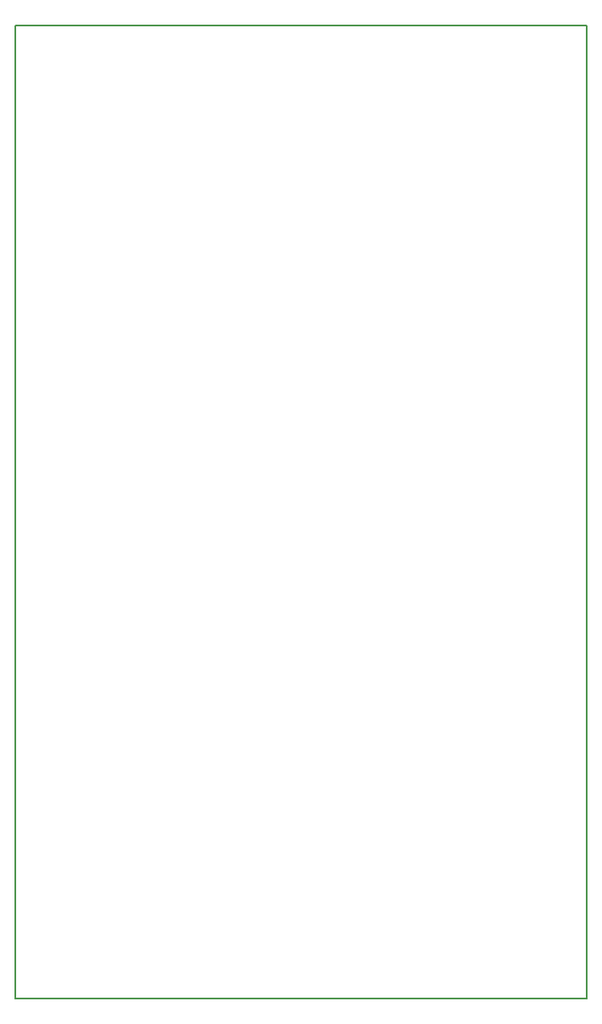
<source format=gbr>
G04 #@! TF.FileFunction,Profile,NP*
%FSLAX46Y46*%
G04 Gerber Fmt 4.6, Leading zero omitted, Abs format (unit mm)*
G04 Created by KiCad (PCBNEW 4.0.1-3.201512221401+6198~38~ubuntu15.10.1-stable) date Sat 12 Nov 2016 04:44:46 AM PST*
%MOMM*%
G01*
G04 APERTURE LIST*
%ADD10C,0.100000*%
%ADD11C,0.150000*%
G04 APERTURE END LIST*
D10*
D11*
X95000000Y-78000000D02*
X95000000Y-175000000D01*
X152000000Y-78000000D02*
X95000000Y-78000000D01*
X152000000Y-175000000D02*
X152000000Y-78000000D01*
X95000000Y-175000000D02*
X152000000Y-175000000D01*
M02*

</source>
